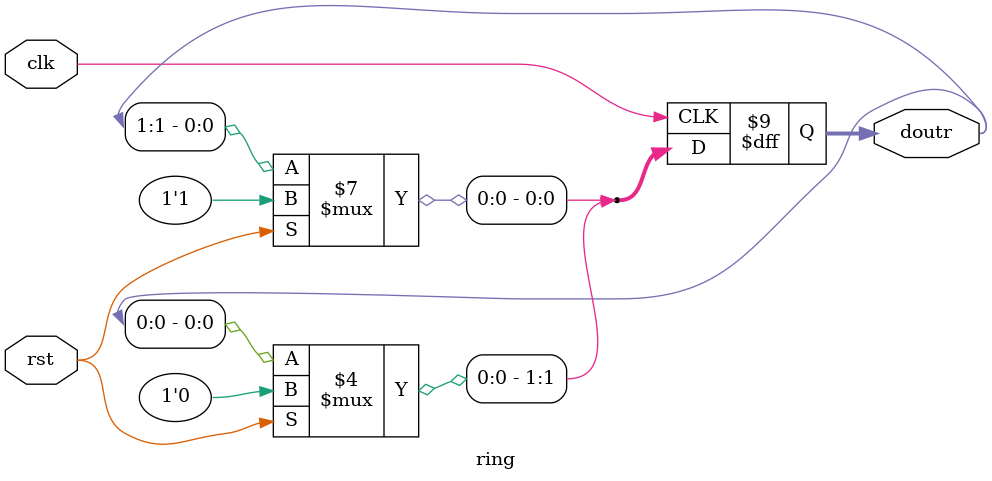
<source format=v>
`timescale 1ns / 1ps


module ring(
    input clk,rst,
    output reg [1:0] doutr
    );

always@(posedge clk)
begin

    if (rst == 1'b1)
        begin
            doutr <= 2'b01;
        end
    else
        begin 
        doutr[1] <= doutr[0];
        doutr[0] <= doutr[1];
        end
end    
endmodule

</source>
